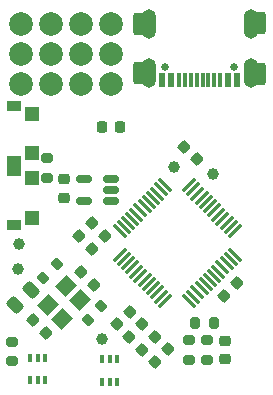
<source format=gbr>
%TF.GenerationSoftware,KiCad,Pcbnew,8.0.2*%
%TF.CreationDate,2024-08-03T15:43:08+02:00*%
%TF.ProjectId,ant control board v1.3,616e7420-636f-46e7-9472-6f6c20626f61,1.1*%
%TF.SameCoordinates,Original*%
%TF.FileFunction,Soldermask,Top*%
%TF.FilePolarity,Negative*%
%FSLAX46Y46*%
G04 Gerber Fmt 4.6, Leading zero omitted, Abs format (unit mm)*
G04 Created by KiCad (PCBNEW 8.0.2) date 2024-08-03 15:43:08*
%MOMM*%
%LPD*%
G01*
G04 APERTURE LIST*
G04 Aperture macros list*
%AMRoundRect*
0 Rectangle with rounded corners*
0 $1 Rounding radius*
0 $2 $3 $4 $5 $6 $7 $8 $9 X,Y pos of 4 corners*
0 Add a 4 corners polygon primitive as box body*
4,1,4,$2,$3,$4,$5,$6,$7,$8,$9,$2,$3,0*
0 Add four circle primitives for the rounded corners*
1,1,$1+$1,$2,$3*
1,1,$1+$1,$4,$5*
1,1,$1+$1,$6,$7*
1,1,$1+$1,$8,$9*
0 Add four rect primitives between the rounded corners*
20,1,$1+$1,$2,$3,$4,$5,0*
20,1,$1+$1,$4,$5,$6,$7,0*
20,1,$1+$1,$6,$7,$8,$9,0*
20,1,$1+$1,$8,$9,$2,$3,0*%
%AMRotRect*
0 Rectangle, with rotation*
0 The origin of the aperture is its center*
0 $1 length*
0 $2 width*
0 $3 Rotation angle, in degrees counterclockwise*
0 Add horizontal line*
21,1,$1,$2,0,0,$3*%
G04 Aperture macros list end*
%ADD10RotRect,1.400000X1.200000X225.000000*%
%ADD11RoundRect,0.200000X0.275000X-0.200000X0.275000X0.200000X-0.275000X0.200000X-0.275000X-0.200000X0*%
%ADD12RoundRect,0.200000X-0.275000X0.200000X-0.275000X-0.200000X0.275000X-0.200000X0.275000X0.200000X0*%
%ADD13RoundRect,0.225000X-0.017678X0.335876X-0.335876X0.017678X0.017678X-0.335876X0.335876X-0.017678X0*%
%ADD14RoundRect,0.225000X-0.250000X0.225000X-0.250000X-0.225000X0.250000X-0.225000X0.250000X0.225000X0*%
%ADD15RoundRect,0.225000X0.335876X0.017678X0.017678X0.335876X-0.335876X-0.017678X-0.017678X-0.335876X0*%
%ADD16C,1.000000*%
%ADD17RoundRect,0.100000X0.100000X-0.225000X0.100000X0.225000X-0.100000X0.225000X-0.100000X-0.225000X0*%
%ADD18RoundRect,0.225000X-0.335876X-0.017678X-0.017678X-0.335876X0.335876X0.017678X0.017678X0.335876X0*%
%ADD19C,2.000000*%
%ADD20RoundRect,0.200000X0.053033X-0.335876X0.335876X-0.053033X-0.053033X0.335876X-0.335876X0.053033X0*%
%ADD21RoundRect,0.200000X0.200000X0.275000X-0.200000X0.275000X-0.200000X-0.275000X0.200000X-0.275000X0*%
%ADD22R,1.300000X1.200000*%
%ADD23R,1.200000X0.900000*%
%ADD24RoundRect,0.225000X-0.225000X-0.250000X0.225000X-0.250000X0.225000X0.250000X-0.225000X0.250000X0*%
%ADD25RoundRect,0.075000X-0.415425X-0.521491X0.521491X0.415425X0.415425X0.521491X-0.521491X-0.415425X0*%
%ADD26RoundRect,0.075000X0.415425X-0.521491X0.521491X-0.415425X-0.415425X0.521491X-0.521491X0.415425X0*%
%ADD27RoundRect,0.150000X0.512500X0.150000X-0.512500X0.150000X-0.512500X-0.150000X0.512500X-0.150000X0*%
%ADD28C,0.650000*%
%ADD29R,0.600000X1.150000*%
%ADD30R,0.300000X1.150000*%
%ADD31RoundRect,0.250000X-0.250000X0.687500X-0.250000X-0.687500X0.250000X-0.687500X0.250000X0.687500X0*%
%ADD32O,1.250000X2.500000*%
%ADD33RoundRect,0.243750X0.150260X-0.494975X0.494975X-0.150260X-0.150260X0.494975X-0.494975X0.150260X0*%
G04 APERTURE END LIST*
D10*
%TO.C,Y1*%
X142975577Y-92550342D03*
X141419942Y-94105977D03*
X142622023Y-95308058D03*
X144177658Y-93752423D03*
%TD*%
D11*
%TO.C,R12*%
X141376400Y-83375000D03*
X141376400Y-81725000D03*
%TD*%
D12*
%TO.C,R3*%
X154940000Y-97142800D03*
X154940000Y-98792800D03*
%TD*%
D13*
%TO.C,C9*%
X149442808Y-95768792D03*
X148346792Y-96864808D03*
%TD*%
D12*
%TO.C,R2*%
X153416000Y-97142800D03*
X153416000Y-98792800D03*
%TD*%
D14*
%TO.C,C4*%
X156464000Y-97192800D03*
X156464000Y-98742800D03*
%TD*%
D13*
%TO.C,C8*%
X148376008Y-94701992D03*
X147279992Y-95798008D03*
%TD*%
D15*
%TO.C,C13*%
X145201008Y-89397208D03*
X144104992Y-88301192D03*
%TD*%
D16*
%TO.C,TP4*%
X138963400Y-89001600D03*
%TD*%
D17*
%TO.C,U8*%
X139939000Y-100518000D03*
X140589000Y-100518000D03*
X141239000Y-100518000D03*
X141239000Y-98618000D03*
X140589000Y-98618000D03*
X139939000Y-98618000D03*
%TD*%
D16*
%TO.C,TP5*%
X138912600Y-91084400D03*
%TD*%
D18*
%TO.C,C1*%
X144282792Y-91349192D03*
X145378808Y-92445208D03*
%TD*%
D19*
%TO.C,U4*%
X146812000Y-70358000D03*
X146812000Y-72898000D03*
X146812000Y-75438000D03*
X144272000Y-70358000D03*
X144272000Y-72898000D03*
X144272000Y-75438000D03*
X141732000Y-70358000D03*
X141732000Y-72898000D03*
X141732000Y-75438000D03*
X139192000Y-70358000D03*
X139192000Y-72898000D03*
X139192000Y-75438000D03*
%TD*%
D15*
%TO.C,C12*%
X146267808Y-88330408D03*
X145171792Y-87234392D03*
%TD*%
D11*
%TO.C,R13*%
X138430000Y-98919800D03*
X138430000Y-97269800D03*
%TD*%
D20*
%TO.C,R4*%
X144806237Y-95426963D03*
X145972963Y-94260237D03*
%TD*%
D16*
%TO.C,TP2*%
X155448000Y-83058000D03*
%TD*%
D15*
%TO.C,C2*%
X141314808Y-96509208D03*
X140218792Y-95413192D03*
%TD*%
D21*
%TO.C,R1*%
X155511000Y-95681800D03*
X153861000Y-95681800D03*
%TD*%
D13*
%TO.C,C16*%
X150509608Y-96835592D03*
X149413592Y-97931608D03*
%TD*%
%TO.C,C15*%
X151576408Y-97902392D03*
X150480392Y-98998408D03*
%TD*%
D22*
%TO.C,SW1*%
X140094000Y-86765000D03*
X140094000Y-83415000D03*
D23*
X138544000Y-87390000D03*
X138544000Y-82790000D03*
%TD*%
D14*
%TO.C,C31*%
X142849600Y-83502200D03*
X142849600Y-85052200D03*
%TD*%
D13*
%TO.C,C10*%
X157418408Y-92263592D03*
X156322392Y-93359608D03*
%TD*%
D22*
%TO.C,SW2*%
X140094000Y-81304000D03*
X140094000Y-77954000D03*
D23*
X138544000Y-81929000D03*
X138544000Y-77329000D03*
%TD*%
D20*
%TO.C,R5*%
X141047037Y-91820163D03*
X142213763Y-90653437D03*
%TD*%
D15*
%TO.C,C11*%
X154091008Y-81828008D03*
X152994992Y-80731992D03*
%TD*%
D16*
%TO.C,TP3*%
X152146000Y-82423000D03*
%TD*%
D17*
%TO.C,U9*%
X146035000Y-100645000D03*
X146685000Y-100645000D03*
X147335000Y-100645000D03*
X147335000Y-98745000D03*
X146685000Y-98745000D03*
X146035000Y-98745000D03*
%TD*%
D16*
%TO.C,TP1*%
X146050000Y-97028000D03*
%TD*%
D24*
%TO.C,C3*%
X146037000Y-79044800D03*
X147587000Y-79044800D03*
%TD*%
D25*
%TO.C,U2*%
X147512124Y-89898788D03*
X147865678Y-90252342D03*
X148219231Y-90605895D03*
X148572785Y-90959449D03*
X148926338Y-91313002D03*
X149279891Y-91666555D03*
X149633445Y-92020109D03*
X149986998Y-92373662D03*
X150340551Y-92727215D03*
X150694105Y-93080769D03*
X151047658Y-93434322D03*
X151401212Y-93787876D03*
D26*
X153398788Y-93787876D03*
X153752342Y-93434322D03*
X154105895Y-93080769D03*
X154459449Y-92727215D03*
X154813002Y-92373662D03*
X155166555Y-92020109D03*
X155520109Y-91666555D03*
X155873662Y-91313002D03*
X156227215Y-90959449D03*
X156580769Y-90605895D03*
X156934322Y-90252342D03*
X157287876Y-89898788D03*
D25*
X157287876Y-87901212D03*
X156934322Y-87547658D03*
X156580769Y-87194105D03*
X156227215Y-86840551D03*
X155873662Y-86486998D03*
X155520109Y-86133445D03*
X155166555Y-85779891D03*
X154813002Y-85426338D03*
X154459449Y-85072785D03*
X154105895Y-84719231D03*
X153752342Y-84365678D03*
X153398788Y-84012124D03*
D26*
X151401212Y-84012124D03*
X151047658Y-84365678D03*
X150694105Y-84719231D03*
X150340551Y-85072785D03*
X149986998Y-85426338D03*
X149633445Y-85779891D03*
X149279891Y-86133445D03*
X148926338Y-86486998D03*
X148572785Y-86840551D03*
X148219231Y-87194105D03*
X147865678Y-87547658D03*
X147512124Y-87901212D03*
%TD*%
D27*
%TO.C,U10*%
X146781100Y-85342900D03*
X146781100Y-84392900D03*
X146781100Y-83442900D03*
X144506100Y-83442900D03*
X144506100Y-85342900D03*
%TD*%
D28*
%TO.C,J4*%
X157183000Y-74035500D03*
X151403000Y-74035500D03*
D29*
X157493000Y-75110500D03*
X156693000Y-75110500D03*
D30*
X156043000Y-75110500D03*
X155543000Y-75110500D03*
X155043000Y-75110500D03*
X154543000Y-75110500D03*
X154043000Y-75110500D03*
X153543000Y-75110500D03*
X153043000Y-75110500D03*
X152543000Y-75110500D03*
D29*
X151893000Y-75110500D03*
X151093000Y-75110500D03*
D31*
X159443000Y-74555500D03*
X159443000Y-70305500D03*
D32*
X158613000Y-74535500D03*
X158613000Y-70355500D03*
X149973000Y-74535500D03*
X149973000Y-70355500D03*
D31*
X149143000Y-74505500D03*
X149143000Y-70355500D03*
%TD*%
D33*
%TO.C,D1*%
X138681487Y-94185713D03*
X140007313Y-92859887D03*
%TD*%
M02*

</source>
